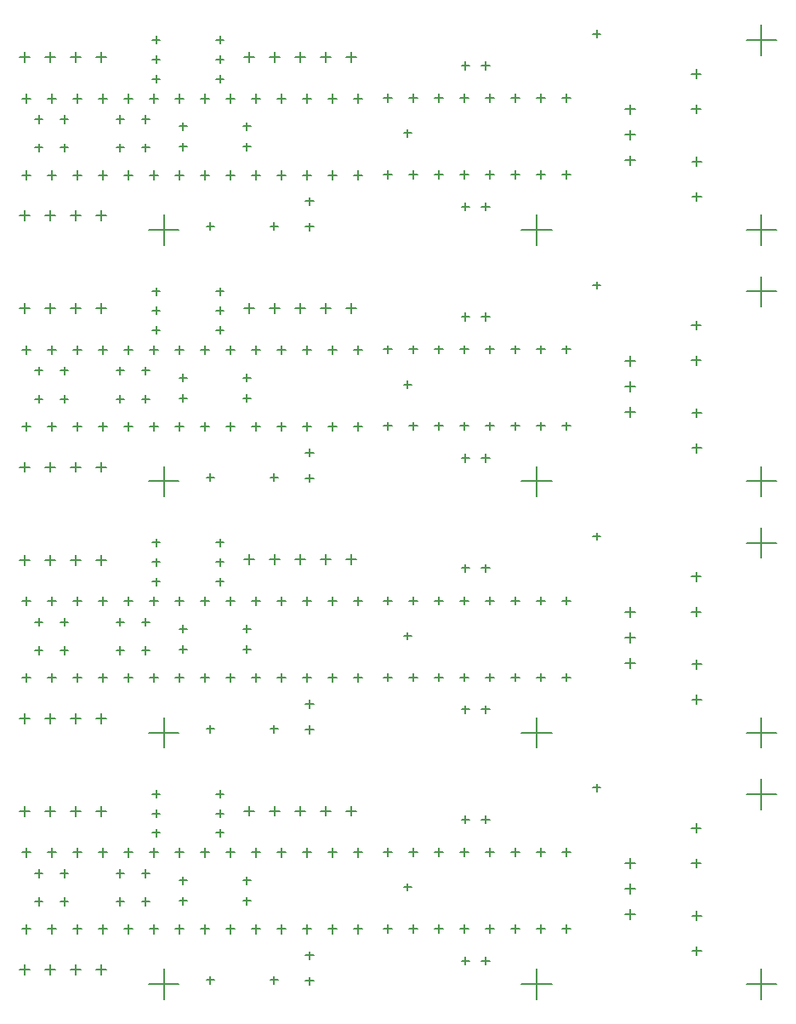
<source format=gbr>
%TF.GenerationSoftware,Altium Limited,Altium Designer,21.4.1 (30)*%
G04 Layer_Color=128*
%FSLAX26Y26*%
%MOIN*%
%TF.SameCoordinates,FA171619-A988-4B02-9C22-6D3C25DF24D0*%
%TF.FilePolarity,Positive*%
%TF.FileFunction,Drillmap*%
%TF.Part,ProductionPanel*%
G01*
G75*
%TA.AperFunction,NonConductor*%
%ADD87C,0.005000*%
D87*
X2142984Y799153D02*
X2182354D01*
X2162669Y779468D02*
Y818838D01*
X2042984Y799153D02*
X2082354D01*
X2062669Y779468D02*
Y818838D01*
X1942984Y799153D02*
X1982354D01*
X1962669Y779468D02*
Y818838D01*
X1842984Y799153D02*
X1882354D01*
X1862669Y779468D02*
Y818838D01*
X1742984Y799153D02*
X1782354D01*
X1762669Y779468D02*
Y818838D01*
X2289693Y338366D02*
X2321189D01*
X2305441Y322618D02*
Y354114D01*
X2389693Y338366D02*
X2421189D01*
X2405441Y322618D02*
Y354114D01*
X2489693Y338366D02*
X2521189D01*
X2505441Y322618D02*
Y354114D01*
X2589693Y338366D02*
X2621189D01*
X2605441Y322618D02*
Y354114D01*
X2689693Y338366D02*
X2721189D01*
X2705441Y322618D02*
Y354114D01*
X2789693Y338366D02*
X2821189D01*
X2805441Y322618D02*
Y354114D01*
X2889693Y338366D02*
X2921189D01*
X2905441Y322618D02*
Y354114D01*
X2989693Y338366D02*
X3021189D01*
X3005441Y322618D02*
Y354114D01*
X2289693Y638366D02*
X2321189D01*
X2305441Y622618D02*
Y654114D01*
X2389693Y638366D02*
X2421189D01*
X2405441Y622618D02*
Y654114D01*
X2489693Y638366D02*
X2521189D01*
X2505441Y622618D02*
Y654114D01*
X2589693Y638366D02*
X2621189D01*
X2605441Y622618D02*
Y654114D01*
X2689693Y638366D02*
X2721189D01*
X2705441Y622618D02*
Y654114D01*
X2789693Y638366D02*
X2821189D01*
X2805441Y622618D02*
Y654114D01*
X2889693Y638366D02*
X2921189D01*
X2905441Y622618D02*
Y654114D01*
X2989693Y638366D02*
X3021189D01*
X3005441Y622618D02*
Y654114D01*
X2594614Y765103D02*
X2626110D01*
X2610362Y749355D02*
Y780851D01*
X2673354Y765103D02*
X2704850D01*
X2689102Y749355D02*
Y780851D01*
X3496724Y594602D02*
X3532157D01*
X3514441Y576886D02*
Y612319D01*
X3496724Y732397D02*
X3532157D01*
X3514441Y714681D02*
Y750114D01*
X3711385Y864397D02*
X3829496D01*
X3770441Y805342D02*
Y923452D01*
X1162732Y797972D02*
X1202102D01*
X1182417Y778287D02*
Y817657D01*
X1062732Y797972D02*
X1102102D01*
X1082417Y778287D02*
Y817657D01*
X962732Y797972D02*
X1002102D01*
X982417Y778287D02*
Y817657D01*
X862732Y797972D02*
X902102D01*
X882417Y778287D02*
Y817657D01*
X1383440Y789291D02*
X1413440D01*
X1398440Y774291D02*
Y804291D01*
X1633440Y789291D02*
X1663440D01*
X1648440Y774291D02*
Y804291D01*
X1633440Y713185D02*
X1663440D01*
X1648440Y698185D02*
Y728185D01*
X1383440Y713185D02*
X1413440D01*
X1398440Y698185D02*
Y728185D01*
X1383440Y865397D02*
X1413440D01*
X1398440Y850397D02*
Y880397D01*
X1633440Y865397D02*
X1663440D01*
X1648440Y850397D02*
Y880397D01*
X862338Y177397D02*
X901708D01*
X882023Y157712D02*
Y197082D01*
X962338Y177397D02*
X1001708D01*
X982023Y157712D02*
Y197082D01*
X1062338Y177397D02*
X1101708D01*
X1082023Y157712D02*
Y197082D01*
X1162338Y177397D02*
X1201708D01*
X1182023Y157712D02*
Y197082D01*
X1845222Y136397D02*
X1875222D01*
X1860222Y121397D02*
Y151397D01*
X1595222Y136397D02*
X1625222D01*
X1610222Y121397D02*
Y151397D01*
X1983693Y133397D02*
X2015188D01*
X1999440Y117649D02*
Y149145D01*
X1983693Y233397D02*
X2015188D01*
X1999440Y217649D02*
Y249145D01*
X2673354Y212397D02*
X2704850D01*
X2689102Y196649D02*
Y228145D01*
X2594614Y212397D02*
X2626110D01*
X2610362Y196649D02*
Y228145D01*
X2829385Y121397D02*
X2947496D01*
X2888441Y62342D02*
Y180452D01*
X1368385Y121397D02*
X1486496D01*
X1427440Y62342D02*
Y180452D01*
X3235756Y393397D02*
X3275126D01*
X3255441Y373712D02*
Y413082D01*
X3235756Y493397D02*
X3275126D01*
X3255441Y473712D02*
Y513082D01*
X3235756Y593397D02*
X3275126D01*
X3255441Y573712D02*
Y613082D01*
X3498622Y389295D02*
X3534055D01*
X3516338Y371579D02*
Y407012D01*
X3498622Y251500D02*
X3534055D01*
X3516338Y233783D02*
Y269216D01*
X3711385Y121397D02*
X3829496D01*
X3770441Y62342D02*
Y180452D01*
X871724Y336397D02*
X907157D01*
X889441Y318681D02*
Y354114D01*
X971724Y336397D02*
X1007157D01*
X989441Y318681D02*
Y354114D01*
X1071724Y336397D02*
X1107157D01*
X1089440Y318681D02*
Y354114D01*
X1171724Y336397D02*
X1207157D01*
X1189440Y318681D02*
Y354114D01*
X1271724Y336397D02*
X1307157D01*
X1289440Y318681D02*
Y354114D01*
X1371724Y336397D02*
X1407157D01*
X1389440Y318681D02*
Y354114D01*
X1471724Y336397D02*
X1507157D01*
X1489440Y318681D02*
Y354114D01*
X1571724Y336397D02*
X1607157D01*
X1589440Y318681D02*
Y354114D01*
X1671724Y336397D02*
X1707157D01*
X1689440Y318681D02*
Y354114D01*
X1771724Y336397D02*
X1807157D01*
X1789440Y318681D02*
Y354114D01*
X1871724Y336397D02*
X1907157D01*
X1889440Y318681D02*
Y354114D01*
X1971724Y336397D02*
X2007157D01*
X1989440Y318681D02*
Y354114D01*
X2071724Y336397D02*
X2107157D01*
X2089441Y318681D02*
Y354114D01*
X2171724Y336397D02*
X2207157D01*
X2189441Y318681D02*
Y354114D01*
X871724Y636397D02*
X907157D01*
X889441Y618681D02*
Y654114D01*
X971724Y636397D02*
X1007157D01*
X989441Y618681D02*
Y654114D01*
X1071724Y636397D02*
X1107157D01*
X1089440Y618681D02*
Y654114D01*
X1171724Y636397D02*
X1207157D01*
X1189440Y618681D02*
Y654114D01*
X1271724Y636397D02*
X1307157D01*
X1289440Y618681D02*
Y654114D01*
X1371724Y636397D02*
X1407157D01*
X1389440Y618681D02*
Y654114D01*
X1471724Y636397D02*
X1507157D01*
X1489440Y618681D02*
Y654114D01*
X1571724Y636397D02*
X1607157D01*
X1589440Y618681D02*
Y654114D01*
X1671724Y636397D02*
X1707157D01*
X1689440Y618681D02*
Y654114D01*
X1771724Y636397D02*
X1807157D01*
X1789440Y618681D02*
Y654114D01*
X1871724Y636397D02*
X1907157D01*
X1889440Y618681D02*
Y654114D01*
X1971724Y636397D02*
X2007157D01*
X1989440Y618681D02*
Y654114D01*
X2071724Y636397D02*
X2107157D01*
X2089441Y618681D02*
Y654114D01*
X2171724Y636397D02*
X2207157D01*
X2189441Y618681D02*
Y654114D01*
X1021692Y444075D02*
X1053188D01*
X1037440Y428327D02*
Y459823D01*
X1021692Y554311D02*
X1053188D01*
X1037440Y538563D02*
Y570059D01*
X921692Y444075D02*
X953188D01*
X937441Y428327D02*
Y459823D01*
X921692Y554311D02*
X953188D01*
X937441Y538563D02*
Y570059D01*
X1488440Y447397D02*
X1518440D01*
X1503440Y432397D02*
Y462397D01*
X1738440Y447397D02*
X1768440D01*
X1753440Y432397D02*
Y462397D01*
X1340693Y444075D02*
X1372188D01*
X1356440Y428327D02*
Y459823D01*
X1340693Y554311D02*
X1372188D01*
X1356440Y538563D02*
Y570059D01*
X1240693Y444075D02*
X1272188D01*
X1256440Y428327D02*
Y459823D01*
X1240693Y554311D02*
X1272188D01*
X1256440Y538563D02*
Y570059D01*
X1488440Y527397D02*
X1518440D01*
X1503440Y512397D02*
Y542397D01*
X1738440Y527397D02*
X1768440D01*
X1753440Y512397D02*
Y542397D01*
X3110160Y889678D02*
X3138160D01*
X3124160Y875678D02*
Y903678D01*
X2369441Y500397D02*
X2397441D01*
X2383441Y486397D02*
Y514397D01*
X2142984Y1783405D02*
X2182354D01*
X2162669Y1763720D02*
Y1803090D01*
X2042984Y1783405D02*
X2082354D01*
X2062669Y1763720D02*
Y1803090D01*
X1942984Y1783405D02*
X1982354D01*
X1962669Y1763720D02*
Y1803090D01*
X1842984Y1783405D02*
X1882354D01*
X1862669Y1763720D02*
Y1803090D01*
X1742984Y1783405D02*
X1782354D01*
X1762669Y1763720D02*
Y1803090D01*
X2289693Y1322618D02*
X2321189D01*
X2305441Y1306870D02*
Y1338366D01*
X2389693Y1322618D02*
X2421189D01*
X2405441Y1306870D02*
Y1338366D01*
X2489693Y1322618D02*
X2521189D01*
X2505441Y1306870D02*
Y1338366D01*
X2589693Y1322618D02*
X2621189D01*
X2605441Y1306870D02*
Y1338366D01*
X2689693Y1322618D02*
X2721189D01*
X2705441Y1306870D02*
Y1338366D01*
X2789693Y1322618D02*
X2821189D01*
X2805441Y1306870D02*
Y1338366D01*
X2889693Y1322618D02*
X2921189D01*
X2905441Y1306870D02*
Y1338366D01*
X2989693Y1322618D02*
X3021189D01*
X3005441Y1306870D02*
Y1338366D01*
X2289693Y1622618D02*
X2321189D01*
X2305441Y1606870D02*
Y1638366D01*
X2389693Y1622618D02*
X2421189D01*
X2405441Y1606870D02*
Y1638366D01*
X2489693Y1622618D02*
X2521189D01*
X2505441Y1606870D02*
Y1638366D01*
X2589693Y1622618D02*
X2621189D01*
X2605441Y1606870D02*
Y1638366D01*
X2689693Y1622618D02*
X2721189D01*
X2705441Y1606870D02*
Y1638366D01*
X2789693Y1622618D02*
X2821189D01*
X2805441Y1606870D02*
Y1638366D01*
X2889693Y1622618D02*
X2921189D01*
X2905441Y1606870D02*
Y1638366D01*
X2989693Y1622618D02*
X3021189D01*
X3005441Y1606870D02*
Y1638366D01*
X2594614Y1749355D02*
X2626110D01*
X2610362Y1733607D02*
Y1765103D01*
X2673354Y1749355D02*
X2704850D01*
X2689102Y1733607D02*
Y1765103D01*
X3496724Y1578854D02*
X3532157D01*
X3514441Y1561138D02*
Y1596571D01*
X3496724Y1716649D02*
X3532157D01*
X3514441Y1698933D02*
Y1734366D01*
X3711385Y1848649D02*
X3829496D01*
X3770441Y1789594D02*
Y1907705D01*
X1162732Y1782224D02*
X1202102D01*
X1182417Y1762539D02*
Y1801909D01*
X1062732Y1782224D02*
X1102102D01*
X1082417Y1762539D02*
Y1801909D01*
X962732Y1782224D02*
X1002102D01*
X982417Y1762539D02*
Y1801909D01*
X862732Y1782224D02*
X902102D01*
X882417Y1762539D02*
Y1801909D01*
X1383440Y1773543D02*
X1413440D01*
X1398440Y1758543D02*
Y1788543D01*
X1633440Y1773543D02*
X1663440D01*
X1648440Y1758543D02*
Y1788543D01*
X1633440Y1697437D02*
X1663440D01*
X1648440Y1682437D02*
Y1712437D01*
X1383440Y1697437D02*
X1413440D01*
X1398440Y1682437D02*
Y1712437D01*
X1383440Y1849649D02*
X1413440D01*
X1398440Y1834649D02*
Y1864649D01*
X1633440Y1849649D02*
X1663440D01*
X1648440Y1834649D02*
Y1864649D01*
X862338Y1161649D02*
X901708D01*
X882023Y1141964D02*
Y1181334D01*
X962338Y1161649D02*
X1001708D01*
X982023Y1141964D02*
Y1181334D01*
X1062338Y1161649D02*
X1101708D01*
X1082023Y1141964D02*
Y1181334D01*
X1162338Y1161649D02*
X1201708D01*
X1182023Y1141964D02*
Y1181334D01*
X1845222Y1120649D02*
X1875222D01*
X1860222Y1105649D02*
Y1135649D01*
X1595222Y1120649D02*
X1625222D01*
X1610222Y1105649D02*
Y1135649D01*
X1983693Y1117649D02*
X2015188D01*
X1999440Y1101901D02*
Y1133397D01*
X1983693Y1217649D02*
X2015188D01*
X1999440Y1201901D02*
Y1233397D01*
X2673354Y1196649D02*
X2704850D01*
X2689102Y1180901D02*
Y1212397D01*
X2594614Y1196649D02*
X2626110D01*
X2610362Y1180901D02*
Y1212397D01*
X2829385Y1105649D02*
X2947496D01*
X2888441Y1046594D02*
Y1164705D01*
X1368385Y1105649D02*
X1486496D01*
X1427440Y1046594D02*
Y1164705D01*
X3235756Y1377649D02*
X3275126D01*
X3255441Y1357964D02*
Y1397334D01*
X3235756Y1477649D02*
X3275126D01*
X3255441Y1457964D02*
Y1497334D01*
X3235756Y1577649D02*
X3275126D01*
X3255441Y1557964D02*
Y1597334D01*
X3498622Y1373547D02*
X3534055D01*
X3516338Y1355831D02*
Y1391264D01*
X3498622Y1235752D02*
X3534055D01*
X3516338Y1218035D02*
Y1253468D01*
X3711385Y1105649D02*
X3829496D01*
X3770441Y1046594D02*
Y1164705D01*
X871724Y1320649D02*
X907157D01*
X889441Y1302933D02*
Y1338366D01*
X971724Y1320649D02*
X1007157D01*
X989441Y1302933D02*
Y1338366D01*
X1071724Y1320649D02*
X1107157D01*
X1089440Y1302933D02*
Y1338366D01*
X1171724Y1320649D02*
X1207157D01*
X1189440Y1302933D02*
Y1338366D01*
X1271724Y1320649D02*
X1307157D01*
X1289440Y1302933D02*
Y1338366D01*
X1371724Y1320649D02*
X1407157D01*
X1389440Y1302933D02*
Y1338366D01*
X1471724Y1320649D02*
X1507157D01*
X1489440Y1302933D02*
Y1338366D01*
X1571724Y1320649D02*
X1607157D01*
X1589440Y1302933D02*
Y1338366D01*
X1671724Y1320649D02*
X1707157D01*
X1689440Y1302933D02*
Y1338366D01*
X1771724Y1320649D02*
X1807157D01*
X1789440Y1302933D02*
Y1338366D01*
X1871724Y1320649D02*
X1907157D01*
X1889440Y1302933D02*
Y1338366D01*
X1971724Y1320649D02*
X2007157D01*
X1989440Y1302933D02*
Y1338366D01*
X2071724Y1320649D02*
X2107157D01*
X2089441Y1302933D02*
Y1338366D01*
X2171724Y1320649D02*
X2207157D01*
X2189441Y1302933D02*
Y1338366D01*
X871724Y1620649D02*
X907157D01*
X889441Y1602933D02*
Y1638366D01*
X971724Y1620649D02*
X1007157D01*
X989441Y1602933D02*
Y1638366D01*
X1071724Y1620649D02*
X1107157D01*
X1089440Y1602933D02*
Y1638366D01*
X1171724Y1620649D02*
X1207157D01*
X1189440Y1602933D02*
Y1638366D01*
X1271724Y1620649D02*
X1307157D01*
X1289440Y1602933D02*
Y1638366D01*
X1371724Y1620649D02*
X1407157D01*
X1389440Y1602933D02*
Y1638366D01*
X1471724Y1620649D02*
X1507157D01*
X1489440Y1602933D02*
Y1638366D01*
X1571724Y1620649D02*
X1607157D01*
X1589440Y1602933D02*
Y1638366D01*
X1671724Y1620649D02*
X1707157D01*
X1689440Y1602933D02*
Y1638366D01*
X1771724Y1620649D02*
X1807157D01*
X1789440Y1602933D02*
Y1638366D01*
X1871724Y1620649D02*
X1907157D01*
X1889440Y1602933D02*
Y1638366D01*
X1971724Y1620649D02*
X2007157D01*
X1989440Y1602933D02*
Y1638366D01*
X2071724Y1620649D02*
X2107157D01*
X2089441Y1602933D02*
Y1638366D01*
X2171724Y1620649D02*
X2207157D01*
X2189441Y1602933D02*
Y1638366D01*
X1021692Y1428327D02*
X1053188D01*
X1037440Y1412579D02*
Y1444075D01*
X1021692Y1538563D02*
X1053188D01*
X1037440Y1522815D02*
Y1554311D01*
X921692Y1428327D02*
X953188D01*
X937441Y1412579D02*
Y1444075D01*
X921692Y1538563D02*
X953188D01*
X937441Y1522815D02*
Y1554311D01*
X1488440Y1431649D02*
X1518440D01*
X1503440Y1416649D02*
Y1446649D01*
X1738440Y1431649D02*
X1768440D01*
X1753440Y1416649D02*
Y1446649D01*
X1340693Y1428327D02*
X1372188D01*
X1356440Y1412579D02*
Y1444075D01*
X1340693Y1538563D02*
X1372188D01*
X1356440Y1522815D02*
Y1554311D01*
X1240693Y1428327D02*
X1272188D01*
X1256440Y1412579D02*
Y1444075D01*
X1240693Y1538563D02*
X1272188D01*
X1256440Y1522815D02*
Y1554311D01*
X1488440Y1511649D02*
X1518440D01*
X1503440Y1496649D02*
Y1526649D01*
X1738440Y1511649D02*
X1768440D01*
X1753440Y1496649D02*
Y1526649D01*
X3110160Y1873930D02*
X3138160D01*
X3124160Y1859930D02*
Y1887930D01*
X2369441Y1484649D02*
X2397441D01*
X2383441Y1470649D02*
Y1498649D01*
X2142984Y2767657D02*
X2182354D01*
X2162669Y2747972D02*
Y2787342D01*
X2042984Y2767657D02*
X2082354D01*
X2062669Y2747972D02*
Y2787342D01*
X1942984Y2767657D02*
X1982354D01*
X1962669Y2747972D02*
Y2787342D01*
X1842984Y2767657D02*
X1882354D01*
X1862669Y2747972D02*
Y2787342D01*
X1742984Y2767657D02*
X1782354D01*
X1762669Y2747972D02*
Y2787342D01*
X2289693Y2306870D02*
X2321189D01*
X2305441Y2291122D02*
Y2322618D01*
X2389693Y2306870D02*
X2421189D01*
X2405441Y2291122D02*
Y2322618D01*
X2489693Y2306870D02*
X2521189D01*
X2505441Y2291122D02*
Y2322618D01*
X2589693Y2306870D02*
X2621189D01*
X2605441Y2291122D02*
Y2322618D01*
X2689693Y2306870D02*
X2721189D01*
X2705441Y2291122D02*
Y2322618D01*
X2789693Y2306870D02*
X2821189D01*
X2805441Y2291122D02*
Y2322618D01*
X2889693Y2306870D02*
X2921189D01*
X2905441Y2291122D02*
Y2322618D01*
X2989693Y2306870D02*
X3021189D01*
X3005441Y2291122D02*
Y2322618D01*
X2289693Y2606870D02*
X2321189D01*
X2305441Y2591122D02*
Y2622618D01*
X2389693Y2606870D02*
X2421189D01*
X2405441Y2591122D02*
Y2622618D01*
X2489693Y2606870D02*
X2521189D01*
X2505441Y2591122D02*
Y2622618D01*
X2589693Y2606870D02*
X2621189D01*
X2605441Y2591122D02*
Y2622618D01*
X2689693Y2606870D02*
X2721189D01*
X2705441Y2591122D02*
Y2622618D01*
X2789693Y2606870D02*
X2821189D01*
X2805441Y2591122D02*
Y2622618D01*
X2889693Y2606870D02*
X2921189D01*
X2905441Y2591122D02*
Y2622618D01*
X2989693Y2606870D02*
X3021189D01*
X3005441Y2591122D02*
Y2622618D01*
X2594614Y2733607D02*
X2626110D01*
X2610362Y2717859D02*
Y2749355D01*
X2673354Y2733607D02*
X2704850D01*
X2689102Y2717859D02*
Y2749355D01*
X3496724Y2563106D02*
X3532157D01*
X3514441Y2545390D02*
Y2580823D01*
X3496724Y2700901D02*
X3532157D01*
X3514441Y2683185D02*
Y2718618D01*
X3711385Y2832901D02*
X3829496D01*
X3770441Y2773846D02*
Y2891956D01*
X1162732Y2766476D02*
X1202102D01*
X1182417Y2746791D02*
Y2786161D01*
X1062732Y2766476D02*
X1102102D01*
X1082417Y2746791D02*
Y2786161D01*
X962732Y2766476D02*
X1002102D01*
X982417Y2746791D02*
Y2786161D01*
X862732Y2766476D02*
X902102D01*
X882417Y2746791D02*
Y2786161D01*
X1383440Y2757795D02*
X1413440D01*
X1398440Y2742795D02*
Y2772795D01*
X1633440Y2757795D02*
X1663440D01*
X1648440Y2742795D02*
Y2772795D01*
X1633440Y2681689D02*
X1663440D01*
X1648440Y2666689D02*
Y2696689D01*
X1383440Y2681689D02*
X1413440D01*
X1398440Y2666689D02*
Y2696689D01*
X1383440Y2833901D02*
X1413440D01*
X1398440Y2818901D02*
Y2848901D01*
X1633440Y2833901D02*
X1663440D01*
X1648440Y2818901D02*
Y2848901D01*
X862338Y2145901D02*
X901708D01*
X882023Y2126216D02*
Y2165586D01*
X962338Y2145901D02*
X1001708D01*
X982023Y2126216D02*
Y2165586D01*
X1062338Y2145901D02*
X1101708D01*
X1082023Y2126216D02*
Y2165586D01*
X1162338Y2145901D02*
X1201708D01*
X1182023Y2126216D02*
Y2165586D01*
X1845222Y2104901D02*
X1875222D01*
X1860222Y2089901D02*
Y2119901D01*
X1595222Y2104901D02*
X1625222D01*
X1610222Y2089901D02*
Y2119901D01*
X1983693Y2101901D02*
X2015188D01*
X1999440Y2086153D02*
Y2117649D01*
X1983693Y2201901D02*
X2015188D01*
X1999440Y2186153D02*
Y2217649D01*
X2673354Y2180901D02*
X2704850D01*
X2689102Y2165153D02*
Y2196649D01*
X2594614Y2180901D02*
X2626110D01*
X2610362Y2165153D02*
Y2196649D01*
X2829385Y2089901D02*
X2947496D01*
X2888441Y2030846D02*
Y2148956D01*
X1368385Y2089901D02*
X1486496D01*
X1427440Y2030846D02*
Y2148956D01*
X3235756Y2361901D02*
X3275126D01*
X3255441Y2342216D02*
Y2381586D01*
X3235756Y2461901D02*
X3275126D01*
X3255441Y2442216D02*
Y2481586D01*
X3235756Y2561901D02*
X3275126D01*
X3255441Y2542216D02*
Y2581586D01*
X3498622Y2357799D02*
X3534055D01*
X3516338Y2340083D02*
Y2375516D01*
X3498622Y2220004D02*
X3534055D01*
X3516338Y2202287D02*
Y2237720D01*
X3711385Y2089901D02*
X3829496D01*
X3770441Y2030846D02*
Y2148956D01*
X871724Y2304901D02*
X907157D01*
X889441Y2287185D02*
Y2322618D01*
X971724Y2304901D02*
X1007157D01*
X989441Y2287185D02*
Y2322618D01*
X1071724Y2304901D02*
X1107157D01*
X1089440Y2287185D02*
Y2322618D01*
X1171724Y2304901D02*
X1207157D01*
X1189440Y2287185D02*
Y2322618D01*
X1271724Y2304901D02*
X1307157D01*
X1289440Y2287185D02*
Y2322618D01*
X1371724Y2304901D02*
X1407157D01*
X1389440Y2287185D02*
Y2322618D01*
X1471724Y2304901D02*
X1507157D01*
X1489440Y2287185D02*
Y2322618D01*
X1571724Y2304901D02*
X1607157D01*
X1589440Y2287185D02*
Y2322618D01*
X1671724Y2304901D02*
X1707157D01*
X1689440Y2287185D02*
Y2322618D01*
X1771724Y2304901D02*
X1807157D01*
X1789440Y2287185D02*
Y2322618D01*
X1871724Y2304901D02*
X1907157D01*
X1889440Y2287185D02*
Y2322618D01*
X1971724Y2304901D02*
X2007157D01*
X1989440Y2287185D02*
Y2322618D01*
X2071724Y2304901D02*
X2107157D01*
X2089441Y2287185D02*
Y2322618D01*
X2171724Y2304901D02*
X2207157D01*
X2189441Y2287185D02*
Y2322618D01*
X871724Y2604901D02*
X907157D01*
X889441Y2587185D02*
Y2622618D01*
X971724Y2604901D02*
X1007157D01*
X989441Y2587185D02*
Y2622618D01*
X1071724Y2604901D02*
X1107157D01*
X1089440Y2587185D02*
Y2622618D01*
X1171724Y2604901D02*
X1207157D01*
X1189440Y2587185D02*
Y2622618D01*
X1271724Y2604901D02*
X1307157D01*
X1289440Y2587185D02*
Y2622618D01*
X1371724Y2604901D02*
X1407157D01*
X1389440Y2587185D02*
Y2622618D01*
X1471724Y2604901D02*
X1507157D01*
X1489440Y2587185D02*
Y2622618D01*
X1571724Y2604901D02*
X1607157D01*
X1589440Y2587185D02*
Y2622618D01*
X1671724Y2604901D02*
X1707157D01*
X1689440Y2587185D02*
Y2622618D01*
X1771724Y2604901D02*
X1807157D01*
X1789440Y2587185D02*
Y2622618D01*
X1871724Y2604901D02*
X1907157D01*
X1889440Y2587185D02*
Y2622618D01*
X1971724Y2604901D02*
X2007157D01*
X1989440Y2587185D02*
Y2622618D01*
X2071724Y2604901D02*
X2107157D01*
X2089441Y2587185D02*
Y2622618D01*
X2171724Y2604901D02*
X2207157D01*
X2189441Y2587185D02*
Y2622618D01*
X1021692Y2412579D02*
X1053188D01*
X1037440Y2396831D02*
Y2428327D01*
X1021692Y2522815D02*
X1053188D01*
X1037440Y2507067D02*
Y2538563D01*
X921692Y2412579D02*
X953188D01*
X937441Y2396831D02*
Y2428327D01*
X921692Y2522815D02*
X953188D01*
X937441Y2507067D02*
Y2538563D01*
X1488440Y2415901D02*
X1518440D01*
X1503440Y2400901D02*
Y2430901D01*
X1738440Y2415901D02*
X1768440D01*
X1753440Y2400901D02*
Y2430901D01*
X1340693Y2412579D02*
X1372188D01*
X1356440Y2396831D02*
Y2428327D01*
X1340693Y2522815D02*
X1372188D01*
X1356440Y2507067D02*
Y2538563D01*
X1240693Y2412579D02*
X1272188D01*
X1256440Y2396831D02*
Y2428327D01*
X1240693Y2522815D02*
X1272188D01*
X1256440Y2507067D02*
Y2538563D01*
X1488440Y2495901D02*
X1518440D01*
X1503440Y2480901D02*
Y2510901D01*
X1738440Y2495901D02*
X1768440D01*
X1753440Y2480901D02*
Y2510901D01*
X3110160Y2858182D02*
X3138160D01*
X3124160Y2844182D02*
Y2872182D01*
X2369441Y2468901D02*
X2397441D01*
X2383441Y2454901D02*
Y2482901D01*
X2142984Y3751909D02*
X2182354D01*
X2162669Y3732224D02*
Y3771594D01*
X2042984Y3751909D02*
X2082354D01*
X2062669Y3732224D02*
Y3771594D01*
X1942984Y3751909D02*
X1982354D01*
X1962669Y3732224D02*
Y3771594D01*
X1842984Y3751909D02*
X1882354D01*
X1862669Y3732224D02*
Y3771594D01*
X1742984Y3751909D02*
X1782354D01*
X1762669Y3732224D02*
Y3771594D01*
X2289693Y3291122D02*
X2321189D01*
X2305441Y3275374D02*
Y3306870D01*
X2389693Y3291122D02*
X2421189D01*
X2405441Y3275374D02*
Y3306870D01*
X2489693Y3291122D02*
X2521189D01*
X2505441Y3275374D02*
Y3306870D01*
X2589693Y3291122D02*
X2621189D01*
X2605441Y3275374D02*
Y3306870D01*
X2689693Y3291122D02*
X2721189D01*
X2705441Y3275374D02*
Y3306870D01*
X2789693Y3291122D02*
X2821189D01*
X2805441Y3275374D02*
Y3306870D01*
X2889693Y3291122D02*
X2921189D01*
X2905441Y3275374D02*
Y3306870D01*
X2989693Y3291122D02*
X3021189D01*
X3005441Y3275374D02*
Y3306870D01*
X2289693Y3591122D02*
X2321189D01*
X2305441Y3575374D02*
Y3606870D01*
X2389693Y3591122D02*
X2421189D01*
X2405441Y3575374D02*
Y3606870D01*
X2489693Y3591122D02*
X2521189D01*
X2505441Y3575374D02*
Y3606870D01*
X2589693Y3591122D02*
X2621189D01*
X2605441Y3575374D02*
Y3606870D01*
X2689693Y3591122D02*
X2721189D01*
X2705441Y3575374D02*
Y3606870D01*
X2789693Y3591122D02*
X2821189D01*
X2805441Y3575374D02*
Y3606870D01*
X2889693Y3591122D02*
X2921189D01*
X2905441Y3575374D02*
Y3606870D01*
X2989693Y3591122D02*
X3021189D01*
X3005441Y3575374D02*
Y3606870D01*
X2594614Y3717859D02*
X2626110D01*
X2610362Y3702111D02*
Y3733607D01*
X2673354Y3717859D02*
X2704850D01*
X2689102Y3702111D02*
Y3733607D01*
X3496724Y3547358D02*
X3532157D01*
X3514441Y3529642D02*
Y3565075D01*
X3496724Y3685153D02*
X3532157D01*
X3514441Y3667437D02*
Y3702870D01*
X3711385Y3817153D02*
X3829496D01*
X3770441Y3758098D02*
Y3876209D01*
X1162732Y3750728D02*
X1202102D01*
X1182417Y3731043D02*
Y3770413D01*
X1062732Y3750728D02*
X1102102D01*
X1082417Y3731043D02*
Y3770413D01*
X962732Y3750728D02*
X1002102D01*
X982417Y3731043D02*
Y3770413D01*
X862732Y3750728D02*
X902102D01*
X882417Y3731043D02*
Y3770413D01*
X1383440Y3742047D02*
X1413440D01*
X1398440Y3727047D02*
Y3757047D01*
X1633440Y3742047D02*
X1663440D01*
X1648440Y3727047D02*
Y3757047D01*
X1633440Y3665941D02*
X1663440D01*
X1648440Y3650941D02*
Y3680941D01*
X1383440Y3665941D02*
X1413440D01*
X1398440Y3650941D02*
Y3680941D01*
X1383440Y3818153D02*
X1413440D01*
X1398440Y3803153D02*
Y3833153D01*
X1633440Y3818153D02*
X1663440D01*
X1648440Y3803153D02*
Y3833153D01*
X862338Y3130153D02*
X901708D01*
X882023Y3110468D02*
Y3149838D01*
X962338Y3130153D02*
X1001708D01*
X982023Y3110468D02*
Y3149838D01*
X1062338Y3130153D02*
X1101708D01*
X1082023Y3110468D02*
Y3149838D01*
X1162338Y3130153D02*
X1201708D01*
X1182023Y3110468D02*
Y3149838D01*
X1845222Y3089153D02*
X1875222D01*
X1860222Y3074153D02*
Y3104153D01*
X1595222Y3089153D02*
X1625222D01*
X1610222Y3074153D02*
Y3104153D01*
X1983693Y3086153D02*
X2015188D01*
X1999440Y3070405D02*
Y3101901D01*
X1983693Y3186153D02*
X2015188D01*
X1999440Y3170405D02*
Y3201901D01*
X2673354Y3165153D02*
X2704850D01*
X2689102Y3149405D02*
Y3180901D01*
X2594614Y3165153D02*
X2626110D01*
X2610362Y3149405D02*
Y3180901D01*
X2829385Y3074153D02*
X2947496D01*
X2888441Y3015098D02*
Y3133209D01*
X1368385Y3074153D02*
X1486496D01*
X1427440Y3015098D02*
Y3133209D01*
X3235756Y3346153D02*
X3275126D01*
X3255441Y3326468D02*
Y3365838D01*
X3235756Y3446153D02*
X3275126D01*
X3255441Y3426468D02*
Y3465838D01*
X3235756Y3546153D02*
X3275126D01*
X3255441Y3526468D02*
Y3565838D01*
X3498622Y3342051D02*
X3534055D01*
X3516338Y3324335D02*
Y3359768D01*
X3498622Y3204256D02*
X3534055D01*
X3516338Y3186539D02*
Y3221972D01*
X3711385Y3074153D02*
X3829496D01*
X3770441Y3015098D02*
Y3133209D01*
X871724Y3289153D02*
X907157D01*
X889441Y3271437D02*
Y3306870D01*
X971724Y3289153D02*
X1007157D01*
X989441Y3271437D02*
Y3306870D01*
X1071724Y3289153D02*
X1107157D01*
X1089440Y3271437D02*
Y3306870D01*
X1171724Y3289153D02*
X1207157D01*
X1189440Y3271437D02*
Y3306870D01*
X1271724Y3289153D02*
X1307157D01*
X1289440Y3271437D02*
Y3306870D01*
X1371724Y3289153D02*
X1407157D01*
X1389440Y3271437D02*
Y3306870D01*
X1471724Y3289153D02*
X1507157D01*
X1489440Y3271437D02*
Y3306870D01*
X1571724Y3289153D02*
X1607157D01*
X1589440Y3271437D02*
Y3306870D01*
X1671724Y3289153D02*
X1707157D01*
X1689440Y3271437D02*
Y3306870D01*
X1771724Y3289153D02*
X1807157D01*
X1789440Y3271437D02*
Y3306870D01*
X1871724Y3289153D02*
X1907157D01*
X1889440Y3271437D02*
Y3306870D01*
X1971724Y3289153D02*
X2007157D01*
X1989440Y3271437D02*
Y3306870D01*
X2071724Y3289153D02*
X2107157D01*
X2089441Y3271437D02*
Y3306870D01*
X2171724Y3289153D02*
X2207157D01*
X2189441Y3271437D02*
Y3306870D01*
X871724Y3589153D02*
X907157D01*
X889441Y3571437D02*
Y3606870D01*
X971724Y3589153D02*
X1007157D01*
X989441Y3571437D02*
Y3606870D01*
X1071724Y3589153D02*
X1107157D01*
X1089440Y3571437D02*
Y3606870D01*
X1171724Y3589153D02*
X1207157D01*
X1189440Y3571437D02*
Y3606870D01*
X1271724Y3589153D02*
X1307157D01*
X1289440Y3571437D02*
Y3606870D01*
X1371724Y3589153D02*
X1407157D01*
X1389440Y3571437D02*
Y3606870D01*
X1471724Y3589153D02*
X1507157D01*
X1489440Y3571437D02*
Y3606870D01*
X1571724Y3589153D02*
X1607157D01*
X1589440Y3571437D02*
Y3606870D01*
X1671724Y3589153D02*
X1707157D01*
X1689440Y3571437D02*
Y3606870D01*
X1771724Y3589153D02*
X1807157D01*
X1789440Y3571437D02*
Y3606870D01*
X1871724Y3589153D02*
X1907157D01*
X1889440Y3571437D02*
Y3606870D01*
X1971724Y3589153D02*
X2007157D01*
X1989440Y3571437D02*
Y3606870D01*
X2071724Y3589153D02*
X2107157D01*
X2089441Y3571437D02*
Y3606870D01*
X2171724Y3589153D02*
X2207157D01*
X2189441Y3571437D02*
Y3606870D01*
X1021692Y3396831D02*
X1053188D01*
X1037440Y3381083D02*
Y3412579D01*
X1021692Y3507067D02*
X1053188D01*
X1037440Y3491319D02*
Y3522815D01*
X921692Y3396831D02*
X953188D01*
X937441Y3381083D02*
Y3412579D01*
X921692Y3507067D02*
X953188D01*
X937441Y3491319D02*
Y3522815D01*
X1488440Y3400153D02*
X1518440D01*
X1503440Y3385153D02*
Y3415153D01*
X1738440Y3400153D02*
X1768440D01*
X1753440Y3385153D02*
Y3415153D01*
X1340693Y3396831D02*
X1372188D01*
X1356440Y3381083D02*
Y3412579D01*
X1340693Y3507067D02*
X1372188D01*
X1356440Y3491319D02*
Y3522815D01*
X1240693Y3396831D02*
X1272188D01*
X1256440Y3381083D02*
Y3412579D01*
X1240693Y3507067D02*
X1272188D01*
X1256440Y3491319D02*
Y3522815D01*
X1488440Y3480153D02*
X1518440D01*
X1503440Y3465153D02*
Y3495153D01*
X1738440Y3480153D02*
X1768440D01*
X1753440Y3465153D02*
Y3495153D01*
X3110160Y3842434D02*
X3138160D01*
X3124160Y3828434D02*
Y3856434D01*
X2369441Y3453153D02*
X2397441D01*
X2383441Y3439153D02*
Y3467153D01*
%TF.MD5,18e248a55bcfb6e96c04dc53a40df1e5*%
M02*

</source>
